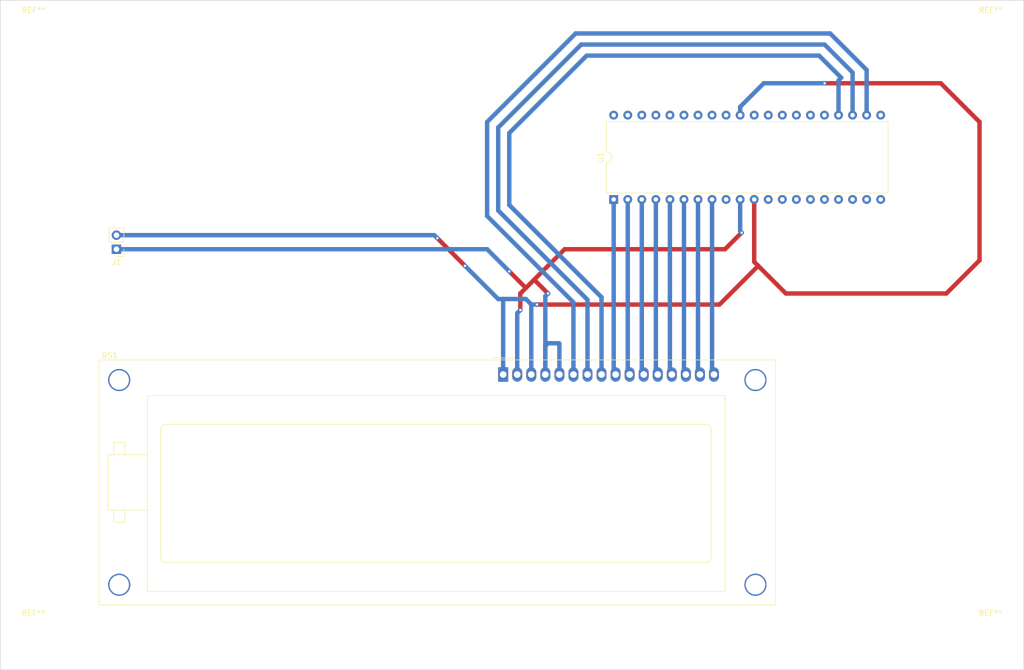
<source format=kicad_pcb>
(kicad_pcb (version 20211014) (generator pcbnew)
  (layers (0 "F.Cu" signal) (31 "B.Cu" signal) (34 "B.Paste" user) (35 "F.Paste" user) (36 "B.SilkS" user "B.Silkscreen") (37 "F.SilkS" user "F.Silkscreen") (38 "B.Mask" user) (39 "F.Mask" user) (44 "Edge.Cuts" user))
  (net 0 "")
  (net 1 "Net-(DS1-Pad1)")
  (net 2 "Net-(DS1-Pad2)")
  (net 3 "Net-(DS1-Pad6)")
  (net 4 "Net-(DS1-Pad7)")
  (net 5 "Net-(DS1-Pad8)")
  (net 6 "Net-(DS1-Pad9)")
  (net 7 "Net-(DS1-Pad10)")
  (net 8 "Net-(DS1-Pad11)")
  (net 9 "Net-(DS1-Pad12)")
  (net 10 "Net-(DS1-Pad13)")
  (net 11 "Net-(DS1-Pad14)")
  (net 12 "Net-(DS1-Pad15)")
  (net 13 "Net-(DS1-Pad16)")
  (footprint "MountingHole:MountingHole_3.2mm_M3" (layer "F.Cu") (at 52.26 39.9575)
    (fp_text reference "REF**" (at 0 -4.2) (layer "F.SilkS"))
    (fp_text value "MountingHole_3.2mm_M3")
    (pad "" np_thru_hole circle (at 0 0) (size 3.2 3.2) (drill 3.2) (layers *.Cu *.Mask))
  )
  (footprint "MountingHole:MountingHole_3.2mm_M3" (layer "F.Cu") (at 225.26 39.9575)
    (fp_text reference "REF**" (at 0 -4.2) (layer "F.SilkS"))
    (fp_text value "MountingHole_3.2mm_M3")
    (pad "" np_thru_hole circle (at 0 0) (size 3.2 3.2) (drill 3.2) (layers *.Cu *.Mask))
  )
  (footprint "Connector_PinHeader_2.54mm:PinHeader_1x02_P2.54mm_Vertical" (layer "F.Cu") (at 67.26 78.9575 180)
    (fp_text reference "J1" (at 0 -2.33) (layer "F.SilkS"))
    (fp_text value "Conn_01x02")
    (fp_line (start -1.33 3.87) (end 1.33 3.87) (layer "F.SilkS") (width 0.12))
    (fp_line (start -1.33 1.27) (end 1.33 1.27) (layer "F.SilkS") (width 0.12))
    (fp_line (start -1.33 1.27) (end -1.33 3.87) (layer "F.SilkS") (width 0.12))
    (fp_line (start -1.33 -1.33) (end 0 -1.33) (layer "F.SilkS") (width 0.12))
    (fp_line (start -1.33 0) (end -1.33 -1.33) (layer "F.SilkS") (width 0.12))
    (fp_line (start 1.33 1.27) (end 1.33 3.87) (layer "F.SilkS") (width 0.12))
    (pad "1" thru_hole rect (at 0 0 180) (size 1.7 1.7) (drill 1) (layers *.Cu *.Mask) (net 2 "Net-(DS1-Pad2)"))
    (pad "2" thru_hole oval (at 0 2.54 180) (size 1.7 1.7) (drill 1) (layers *.Cu *.Mask) (net 1 "Net-(DS1-Pad1)"))
  )
  (footprint "Display:HY1602E" (layer "F.Cu") (at 137.16 101.6)
    (fp_text reference "DS1" (at -71.12 -3.48) (layer "F.SilkS"))
    (fp_text value "HY1602E")
    (fp_line (start -61.9 33) (end -61.9 10) (layer "F.SilkS") (width 0.12))
    (fp_line (start 36.6 34) (end -60.9 34) (layer "F.SilkS") (width 0.12))
    (fp_line (start -64.3 24.5) (end -71.4 24.5) (layer "F.SilkS") (width 0.12))
    (fp_line (start -73.04 -2.64) (end -73.04 41.64) (layer "F.SilkS") (width 0.12))
    (fp_line (start -71.4 14.5) (end -64.3 14.5) (layer "F.SilkS") (width 0.12))
    (fp_line (start -64.3 39.2) (end -64.3 3.8) (layer "F.SilkS") (width 0.12))
    (fp_line (start -68.4 24.5) (end -68.4 26.7) (layer "F.SilkS") (width 0.12))
    (fp_line (start -68.4 14.5) (end -68.4 12.3) (layer "F.SilkS") (width 0.12))
    (fp_line (start -60.9 9) (end 36.6 9) (layer "F.SilkS") (width 0.12))
    (fp_line (start 49.24 -2.64) (end 49.24 41.64) (layer "F.SilkS") (width 0.12))
    (fp_line (start -70.4 12.3) (end -70.4 14.5) (layer "F.SilkS") (width 0.12))
    (fp_line (start -68.4 26.7) (end -70.4 26.7) (layer "F.SilkS") (width 0.12))
    (fp_line (start -68.4 12.3) (end -70.4 12.3) (layer "F.SilkS") (width 0.12))
    (fp_line (start -64.3 3.8) (end 40.1 3.8) (layer "F.SilkS") (width 0.12))
    (fp_line (start -70.4 26.7) (end -70.4 24.5) (layer "F.SilkS") (width 0.12))
    (fp_line (start -2 -3) (end 2 -3) (layer "F.SilkS") (width 0.12))
    (fp_line (start 40.1 3.8) (end 40.1 39.2) (layer "F.SilkS") (width 0.12))
    (fp_line (start -73.04 -2.64) (end 49.24 -2.64) (layer "F.SilkS") (width 0.12))
    (fp_line (start 40.1 39.2) (end -64.3 39.2) (layer "F.SilkS") (width 0.12))
    (fp_line (start -71.4 24.5) (end -71.4 14.5) (layer "F.SilkS") (width 0.12))
    (fp_line (start 49.24 41.64) (end -73.04 41.64) (layer "F.SilkS") (width 0.12))
    (fp_line (start 37.6 10) (end 37.6 33) (layer "F.SilkS") (width 0.12))
    (fp_arc (start -60.9 34) (mid -61.607107 33.707107) (end -61.9 33) (layer "F.SilkS") (width 0.12))
    (fp_arc (start 37.6 33) (mid 37.307107 33.707107) (end 36.6 34) (layer "F.SilkS") (width 0.12))
    (fp_arc (start 36.6 9) (mid 37.307107 9.292893) (end 37.6 10) (layer "F.SilkS") (width 0.12))
    (fp_arc (start -61.9 10) (mid -61.607107 9.292893) (end -60.9 9) (layer "F.SilkS") (width 0.12))
    (pad "" thru_hole circle (at -69.40042 1.00076 180) (size 4 4) (drill 3.5) (layers *.Cu *.Mask))
    (pad "" thru_hole circle (at 45.60062 1.00076 180) (size 4 4) (drill 3.5) (layers *.Cu *.Mask))
    (pad "" thru_hole circle (at -69.40042 38.00094 180) (size 4 4) (drill 3.5) (layers *.Cu *.Mask))
    (pad "" thru_hole circle (at 45.60062 38.00094 180) (size 4 4) (drill 3.5) (layers *.Cu *.Mask))
    (pad "1" thru_hole rect (at 0 0 180) (size 1.8 2.6) (drill 1.2) (layers *.Cu *.Mask) (net 1 "Net-(DS1-Pad1)"))
    (pad "2" thru_hole oval (at 2.54 0 180) (size 1.8 2.6) (drill 1.2) (layers *.Cu *.Mask) (net 2 "Net-(DS1-Pad2)"))
    (pad "3" thru_hole oval (at 5.08 0 180) (size 1.8 2.6) (drill 1.2) (layers *.Cu *.Mask) (net 1 "Net-(DS1-Pad1)"))
    (pad "4" thru_hole oval (at 7.62 0 180) (size 1.8 2.6) (drill 1.2) (layers *.Cu *.Mask) (net 2 "Net-(DS1-Pad2)"))
    (pad "5" thru_hole oval (at 10.16 0 180) (size 1.8 2.6) (drill 1.2) (layers *.Cu *.Mask) (net 2 "Net-(DS1-Pad2)"))
    (pad "6" thru_hole oval (at 12.7 0 180) (size 1.8 2.6) (drill 1.2) (layers *.Cu *.Mask) (net 3 "Net-(DS1-Pad6)"))
    (pad "7" thru_hole oval (at 15.24 0 180) (size 1.8 2.6) (drill 1.2) (layers *.Cu *.Mask) (net 4 "Net-(DS1-Pad7)"))
    (pad "8" thru_hole oval (at 17.78 0 180) (size 1.8 2.6) (drill 1.2) (layers *.Cu *.Mask) (net 5 "Net-(DS1-Pad8)"))
    (pad "9" thru_hole oval (at 20.32 0 180) (size 1.8 2.6) (drill 1.2) (layers *.Cu *.Mask) (net 6 "Net-(DS1-Pad9)"))
    (pad "10" thru_hole oval (at 22.86 0 180) (size 1.8 2.6) (drill 1.2) (layers *.Cu *.Mask) (net 7 "Net-(DS1-Pad10)"))
    (pad "11" thru_hole oval (at 25.4 0 180) (size 1.8 2.6) (drill 1.2) (layers *.Cu *.Mask) (net 8 "Net-(DS1-Pad11)"))
    (pad "12" thru_hole oval (at 27.94 0 180) (size 1.8 2.6) (drill 1.2) (layers *.Cu *.Mask) (net 9 "Net-(DS1-Pad12)"))
    (pad "13" thru_hole oval (at 30.48 0 180) (size 1.8 2.6) (drill 1.2) (layers *.Cu *.Mask) (net 10 "Net-(DS1-Pad13)"))
    (pad "14" thru_hole oval (at 33.02 0 180) (size 1.8 2.6) (drill 1.2) (layers *.Cu *.Mask) (net 11 "Net-(DS1-Pad14)"))
    (pad "15" thru_hole oval (at 35.56 0 180) (size 1.8 2.6) (drill 1.2) (layers *.Cu *.Mask) (net 12 "Net-(DS1-Pad15)"))
    (pad "16" thru_hole oval (at 38.1 0 180) (size 1.8 2.6) (drill 1.2) (layers *.Cu *.Mask) (net 13 "Net-(DS1-Pad16)"))
  )
  (footprint "MountingHole:MountingHole_3.2mm_M3" (layer "F.Cu") (at 52.26 148.9575)
    (fp_text reference "REF**" (at 0 -4.2) (layer "F.SilkS"))
    (fp_text value "MountingHole_3.2mm_M3")
    (pad "" np_thru_hole circle (at 0 0) (size 3.2 3.2) (drill 3.2) (layers *.Cu *.Mask))
  )
  (footprint "Package_DIP:DIP-40_W15.24mm" (layer "F.Cu") (at 157.135 69.9575 90)
    (fp_text reference "U1" (at 7.62 -2.33 90) (layer "F.SilkS"))
    (fp_text value "ATmega32-16P")
    (fp_line (start 1.16 49.59) (end 14.08 49.59) (layer "F.SilkS") (width 0.12))
    (fp_line (start 14.08 49.59) (end 14.08 -1.33) (layer "F.SilkS") (width 0.12))
    (fp_line (start 6.62 -1.33) (end 1.16 -1.33) (layer "F.SilkS") (width 0.12))
    (fp_line (start 14.08 -1.33) (end 8.62 -1.33) (layer "F.SilkS") (width 0.12))
    (fp_line (start 1.16 -1.33) (end 1.16 49.59) (layer "F.SilkS") (width 0.12))
    (fp_arc (start 8.62 -1.33) (mid 7.62 -0.33) (end 6.62 -1.33) (layer "F.SilkS") (width 0.12))
    (pad "1" thru_hole rect (at 0 0 90) (size 1.6 1.6) (drill 0.8) (layers *.Cu *.Mask) (net 6 "Net-(DS1-Pad9)"))
    (pad "2" thru_hole oval (at 0 2.54 90) (size 1.6 1.6) (drill 0.8) (layers *.Cu *.Mask) (net 7 "Net-(DS1-Pad10)"))
    (pad "3" thru_hole oval (at 0 5.08 90) (size 1.6 1.6) (drill 0.8) (layers *.Cu *.Mask) (net 8 "Net-(DS1-Pad11)"))
    (pad "4" thru_hole oval (at 0 7.62 90) (size 1.6 1.6) (drill 0.8) (layers *.Cu *.Mask) (net 9 "Net-(DS1-Pad12)"))
    (pad "5" thru_hole oval (at 0 10.16 90) (size 1.6 1.6) (drill 0.8) (layers *.Cu *.Mask) (net 10 "Net-(DS1-Pad13)"))
    (pad "6" thru_hole oval (at 0 12.7 90) (size 1.6 1.6) (drill 0.8) (layers *.Cu *.Mask) (net 11 "Net-(DS1-Pad14)"))
    (pad "7" thru_hole oval (at 0 15.24 90) (size 1.6 1.6) (drill 0.8) (layers *.Cu *.Mask) (net 12 "Net-(DS1-Pad15)"))
    (pad "8" thru_hole oval (at 0 17.78 90) (size 1.6 1.6) (drill 0.8) (layers *.Cu *.Mask) (net 13 "Net-(DS1-Pad16)"))
    (pad "9" thru_hole oval (at 0 20.32 90) (size 1.6 1.6) (drill 0.8) (layers *.Cu *.Mask))
    (pad "10" thru_hole oval (at 0 22.86 90) (size 1.6 1.6) (drill 0.8) (layers *.Cu *.Mask) (net 2 "Net-(DS1-Pad2)"))
    (pad "11" thru_hole oval (at 0 25.4 90) (size 1.6 1.6) (drill 0.8) (layers *.Cu *.Mask) (net 1 "Net-(DS1-Pad1)"))
    (pad "12" thru_hole oval (at 0 27.94 90) (size 1.6 1.6) (drill 0.8) (layers *.Cu *.Mask))
    (pad "13" thru_hole oval (at 0 30.48 90) (size 1.6 1.6) (drill 0.8) (layers *.Cu *.Mask))
    (pad "14" thru_hole oval (at 0 33.02 90) (size 1.6 1.6) (drill 0.8) (layers *.Cu *.Mask))
    (pad "15" thru_hole oval (at 0 35.56 90) (size 1.6 1.6) (drill 0.8) (layers *.Cu *.Mask))
    (pad "16" thru_hole oval (at 0 38.1 90) (size 1.6 1.6) (drill 0.8) (layers *.Cu *.Mask))
    (pad "17" thru_hole oval (at 0 40.64 90) (size 1.6 1.6) (drill 0.8) (layers *.Cu *.Mask))
    (pad "18" thru_hole oval (at 0 43.18 90) (size 1.6 1.6) (drill 0.8) (layers *.Cu *.Mask))
    (pad "19" thru_hole oval (at 0 45.72 90) (size 1.6 1.6) (drill 0.8) (layers *.Cu *.Mask))
    (pad "20" thru_hole oval (at 0 48.26 90) (size 1.6 1.6) (drill 0.8) (layers *.Cu *.Mask))
    (pad "21" thru_hole oval (at 15.24 48.26 90) (size 1.6 1.6) (drill 0.8) (layers *.Cu *.Mask))
    (pad "22" thru_hole oval (at 15.24 45.72 90) (size 1.6 1.6) (drill 0.8) (layers *.Cu *.Mask) (net 3 "Net-(DS1-Pad6)"))
    (pad "23" thru_hole oval (at 15.24 43.18 90) (size 1.6 1.6) (drill 0.8) (layers *.Cu *.Mask) (net 4 "Net-(DS1-Pad7)"))
    (pad "24" thru_hole oval (at 15.24 40.64 90) (size 1.6 1.6) (drill 0.8) (layers *.Cu *.Mask) (net 5 "Net-(DS1-Pad8)"))
    (pad "25" thru_hole oval (at 15.24 38.1 90) (size 1.6 1.6) (drill 0.8) (layers *.Cu *.Mask))
    (pad "26" thru_hole oval (at 15.24 35.56 90) (size 1.6 1.6) (drill 0.8) (layers *.Cu *.Mask))
    (pad "27" thru_hole oval (at 15.24 33.02 90) (size 1.6 1.6) (drill 0.8) (layers *.Cu *.Mask))
    (pad "28" thru_hole oval (at 15.24 30.48 90) (size 1.6 1.6) (drill 0.8) (layers *.Cu *.Mask))
    (pad "29" thru_hole oval (at 15.24 27.94 90) (size 1.6 1.6) (drill 0.8) (layers *.Cu *.Mask))
    (pad "30" thru_hole oval (at 15.24 25.4 90) (size 1.6 1.6) (drill 0.8) (layers *.Cu *.Mask))
    (pad "31" thru_hole oval (at 15.24 22.86 90) (size 1.6 1.6) (drill 0.8) (layers *.Cu *.Mask) (net 1 "Net-(DS1-Pad1)"))
    (pad "32" thru_hole oval (at 15.24 20.32 90) (size 1.6 1.6) (drill 0.8) (layers *.Cu *.Mask))
    (pad "33" thru_hole oval (at 15.24 17.78 90) (size 1.6 1.6) (drill 0.8) (layers *.Cu *.Mask))
    (pad "34" thru_hole oval (at 15.24 15.24 90) (size 1.6 1.6) (drill 0.8) (layers *.Cu *.Mask))
    (pad "35" thru_hole oval (at 15.24 12.7 90) (size 1.6 1.6) (drill 0.8) (layers *.Cu *.Mask))
    (pad "36" thru_hole oval (at 15.24 10.16 90) (size 1.6 1.6) (drill 0.8) (layers *.Cu *.Mask))
    (pad "37" thru_hole oval (at 15.24 7.62 90) (size 1.6 1.6) (drill 0.8) (layers *.Cu *.Mask))
    (pad "38" thru_hole oval (at 15.24 5.08 90) (size 1.6 1.6) (drill 0.8) (layers *.Cu *.Mask))
    (pad "39" thru_hole oval (at 15.24 2.54 90) (size 1.6 1.6) (drill 0.8) (layers *.Cu *.Mask))
    (pad "40" thru_hole oval (at 15.24 0 90) (size 1.6 1.6) (drill 0.8) (layers *.Cu *.Mask))
  )
  (footprint "MountingHole:MountingHole_3.2mm_M3" (layer "F.Cu") (at 225.26 148.9575)
    (fp_text reference "REF**" (at 0 -4.2) (layer "F.SilkS"))
    (fp_text value "MountingHole_3.2mm_M3")
    (pad "" np_thru_hole circle (at 0 0) (size 3.2 3.2) (drill 3.2) (layers *.Cu *.Mask))
  )
  (gr_rect (start 231.26 33.9575) (end 46.26 154.9575) (layer "Edge.Cuts") (width 0.1) (fill none))
  (segment (start 223.26 80.9575) (end 217.26 86.9575) (width 0.8) (layer "F.Cu") (net 1))
  (segment (start 176.26 88.9575) (end 183.26 81.9575) (width 0.8) (layer "F.Cu") (net 1))
  (segment (start 216.26 48.9575) (end 223.26 55.9575) (width 0.8) (layer "F.Cu") (net 1))
  (segment (start 182.535 81.2325) (end 182.535 69.9575) (width 0.8) (layer "F.Cu") (net 1))
  (segment (start 125.26 76.9575) (end 130.26 81.9575) (width 0.8) (layer "F.Cu") (net 1))
  (segment (start 143.26 88.9575) (end 176.26 88.9575) (width 0.8) (layer "F.Cu") (net 1))
  (segment (start 223.26 55.9575) (end 223.26 80.9575) (width 0.8) (layer "F.Cu") (net 1))
  (segment (start 183.26 81.9575) (end 182.535 81.2325) (width 0.8) (layer "F.Cu") (net 1))
  (segment (start 195.26 48.9575) (end 216.26 48.9575) (width 0.8) (layer "F.Cu") (net 1))
  (segment (start 217.26 86.9575) (end 188.26 86.9575) (width 0.8) (layer "F.Cu") (net 1))
  (segment (start 188.26 86.9575) (end 183.26 81.9575) (width 0.8) (layer "F.Cu") (net 1))
  (via (at 130.26 81.9575) (size 0.8) (drill 0.4) (layers "F.Cu" "B.Cu") (net 1))
  (via (at 143.26 88.9575) (size 0.8) (drill 0.4) (layers "F.Cu" "B.Cu") (net 1))
  (via (at 195.26 48.9575) (size 0.8) (drill 0.4) (layers "F.Cu" "B.Cu") (net 1))
  (via (at 125.26 76.9575) (size 0.8) (drill 0.4) (layers "F.Cu" "B.Cu") (net 1))
  (segment (start 142.26 88.9575) (end 141.26 87.9575) (width 0.8) (layer "B.Cu") (net 1))
  (segment (start 142.24 88.9775) (end 142.26 88.9575) (width 0.8) (layer "B.Cu") (net 1))
  (segment (start 179.995 53.2225) (end 183.26 49.9575) (width 0.8) (layer "B.Cu") (net 1))
  (segment (start 142.24 101.6) (end 142.24 88.9775) (width 0.8) (layer "B.Cu") (net 1))
  (segment (start 142.26 88.9575) (end 143.26 88.9575) (width 0.8) (layer "B.Cu") (net 1))
  (segment (start 137.16 88.0575) (end 137.16 101.6) (width 0.8) (layer "B.Cu") (net 1))
  (segment (start 67.26 76.4175) (end 124.72 76.4175) (width 0.8) (layer "B.Cu") (net 1))
  (segment (start 141.26 87.9575) (end 137.26 87.9575) (width 0.8) (layer "B.Cu") (net 1))
  (segment (start 137.26 87.9575) (end 137.16 88.0575) (width 0.8) (layer "B.Cu") (net 1))
  (segment (start 194.26 48.9575) (end 195.26 48.9575) (width 0.8) (layer "B.Cu") (net 1))
  (segment (start 184.26 48.9575) (end 194.26 48.9575) (width 0.8) (layer "B.Cu") (net 1))
  (segment (start 124.72 76.4175) (end 125.26 76.9575) (width 0.8) (layer "B.Cu") (net 1))
  (segment (start 179.995 54.7175) (end 179.995 53.2225) (width 0.8) (layer "B.Cu") (net 1))
  (segment (start 130.26 81.9575) (end 136.26 87.9575) (width 0.8) (layer "B.Cu") (net 1))
  (segment (start 183.26 49.9575) (end 184.26 48.9575) (width 0.8) (layer "B.Cu") (net 1))
  (segment (start 136.26 87.9575) (end 137.26 87.9575) (width 0.8) (layer "B.Cu") (net 1))
  (segment (start 180.26 75.9575) (end 177.26 78.9575) (width 0.8) (layer "F.Cu") (net 2))
  (segment (start 140.26 86.9575) (end 140.26 89.9575) (width 0.8) (layer "F.Cu") (net 2))
  (segment (start 145.26 86.9575) (end 142.76 84.4575) (width 0.8) (layer "F.Cu") (net 2))
  (segment (start 141.26 85.9575) (end 140.26 86.9575) (width 0.8) (layer "F.Cu") (net 2))
  (segment (start 138.26 82.9575) (end 141.26 85.9575) (width 0.8) (layer "F.Cu") (net 2))
  (segment (start 177.26 78.9575) (end 151.26 78.9575) (width 0.8) (layer "F.Cu") (net 2))
  (segment (start 151.26 78.9575) (end 148.26 78.9575) (width 0.8) (layer "F.Cu") (net 2))
  (segment (start 142.76 84.4575) (end 141.26 85.9575) (width 0.8) (layer "F.Cu") (net 2))
  (segment (start 148.26 78.9575) (end 142.76 84.4575) (width 0.8) (layer "F.Cu") (net 2))
  (via (at 145.26 86.9575) (size 0.8) (drill 0.4) (layers "F.Cu" "B.Cu") (net 2))
  (via (at 140.26 89.9575) (size 0.8) (drill 0.4) (layers "F.Cu" "B.Cu") (net 2))
  (via (at 138.26 82.9575) (size 0.8) (drill 0.4) (layers "F.Cu" "B.Cu") (net 2))
  (via (at 180.26 75.9575) (size 0.8) (drill 0.4) (layers "F.Cu" "B.Cu") (net 2))
  (segment (start 144.78 101.6) (end 144.78 87.4375) (width 0.8) (layer "B.Cu") (net 2))
  (segment (start 144.78 87.4375) (end 145.26 86.9575) (width 0.8) (layer "B.Cu") (net 2))
  (segment (start 134.26 78.9575) (end 138.26 82.9575) (width 0.8) (layer "B.Cu") (net 2))
  (segment (start 67.26 78.9575) (end 134.26 78.9575) (width 0.8) (layer "B.Cu") (net 2))
  (segment (start 144.78 96.4375) (end 144.78 101.6) (width 0.8) (layer "B.Cu") (net 2))
  (segment (start 179.995 75.6925) (end 180.26 75.9575) (width 0.8) (layer "B.Cu") (net 2))
  (segment (start 140.26 89.9575) (end 139.7 90.5175) (width 0.8) (layer "B.Cu") (net 2))
  (segment (start 147.32 101.6) (end 147.32 96.0175) (width 0.8) (layer "B.Cu") (net 2))
  (segment (start 139.7 90.5175) (end 139.7 101.6) (width 0.8) (layer "B.Cu") (net 2))
  (segment (start 179.995 69.9575) (end 179.995 75.6925) (width 0.8) (layer "B.Cu") (net 2))
  (segment (start 147.26 95.9575) (end 145.26 95.9575) (width 0.8) (layer "B.Cu") (net 2))
  (segment (start 147.32 96.0175) (end 147.26 95.9575) (width 0.8) (layer "B.Cu") (net 2))
  (segment (start 145.26 95.9575) (end 144.78 96.4375) (width 0.8) (layer "B.Cu") (net 2))
  (segment (start 134.26 55.9575) (end 134.26 72.9575) (width 0.8) (layer "B.Cu") (net 3))
  (segment (start 150.26 39.9575) (end 134.26 55.9575) (width 0.8) (layer "B.Cu") (net 3))
  (segment (start 202.855 54.7175) (end 202.855 46.5525) (width 0.8) (layer "B.Cu") (net 3))
  (segment (start 202.855 46.5525) (end 196.26 39.9575) (width 0.8) (layer "B.Cu") (net 3))
  (segment (start 196.26 39.9575) (end 150.26 39.9575) (width 0.8) (layer "B.Cu") (net 3))
  (segment (start 134.26 72.9575) (end 149.86 88.5575) (width 0.8) (layer "B.Cu") (net 3))
  (segment (start 149.86 88.5575) (end 149.86 101.6) (width 0.8) (layer "B.Cu") (net 3))
  (segment (start 136.26 56.9575) (end 151.26 41.9575) (width 0.8) (layer "B.Cu") (net 4))
  (segment (start 195.26 41.9575) (end 200.315 47.0125) (width 0.8) (layer "B.Cu") (net 4))
  (segment (start 152.4 88.0975) (end 136.26 71.9575) (width 0.8) (layer "B.Cu") (net 4))
  (segment (start 151.26 41.9575) (end 195.26 41.9575) (width 0.8) (layer "B.Cu") (net 4))
  (segment (start 200.315 47.0125) (end 200.315 54.7175) (width 0.8) (layer "B.Cu") (net 4))
  (segment (start 136.26 71.9575) (end 136.26 56.9575) (width 0.8) (layer "B.Cu") (net 4))
  (segment (start 152.4 101.6) (end 152.4 88.0975) (width 0.8) (layer "B.Cu") (net 4))
  (segment (start 197.775 48.4425) (end 197.775 54.7175) (width 0.8) (layer "B.Cu") (net 5))
  (segment (start 138.26 57.9575) (end 152.26 43.9575) (width 0.8) (layer "B.Cu") (net 5))
  (segment (start 152.26 43.9575) (end 194.26 43.9575) (width 0.8) (layer "B.Cu") (net 5))
  (segment (start 138.26 70.9575) (end 138.26 57.9575) (width 0.8) (layer "B.Cu") (net 5))
  (segment (start 198.26 47.9575) (end 197.775 48.4425) (width 0.8) (layer "B.Cu") (net 5))
  (segment (start 194.26 43.9575) (end 198.26 47.9575) (width 0.8) (layer "B.Cu") (net 5))
  (segment (start 154.94 101.6) (end 154.94 87.6375) (width 0.8) (layer "B.Cu") (net 5))
  (segment (start 154.94 87.6375) (end 138.26 70.9575) (width 0.8) (layer "B.Cu") (net 5))
  (segment (start 157.135 69.9575) (end 157.135 101.255) (width 0.8) (layer "B.Cu") (net 6))
  (segment (start 157.135 101.255) (end 157.48 101.6) (width 0.8) (layer "B.Cu") (net 6))
  (segment (start 159.675 101.255) (end 160.02 101.6) (width 0.8) (layer "B.Cu") (net 7))
  (segment (start 159.675 69.9575) (end 159.675 101.255) (width 0.8) (layer "B.Cu") (net 7))
  (segment (start 162.215 69.9575) (end 162.215 101.255) (width 0.8) (layer "B.Cu") (net 8))
  (segment (start 162.215 101.255) (end 162.56 101.6) (width 0.8) (layer "B.Cu") (net 8))
  (segment (start 164.755 101.255) (end 165.1 101.6) (width 0.8) (layer "B.Cu") (net 9))
  (segment (start 164.755 69.9575) (end 164.755 101.255) (width 0.8) (layer "B.Cu") (net 9))
  (segment (start 167.295 69.9575) (end 167.295 101.255) (width 0.8) (layer "B.Cu") (net 10))
  (segment (start 167.295 101.255) (end 167.64 101.6) (width 0.8) (layer "B.Cu") (net 10))
  (segment (start 169.835 101.255) (end 170.18 101.6) (width 0.8) (layer "B.Cu") (net 11))
  (segment (start 169.835 69.9575) (end 169.835 101.255) (width 0.8) (layer "B.Cu") (net 11))
  (segment (start 172.375 69.9575) (end 172.375 101.255) (width 0.8) (layer "B.Cu") (net 12))
  (segment (start 172.375 101.255) (end 172.72 101.6) (width 0.8) (layer "B.Cu") (net 12))
  (segment (start 174.915 69.9575) (end 174.915 101.255) (width 0.8) (layer "B.Cu") (net 13))
  (segment (start 174.915 101.255) (end 175.26 101.6) (width 0.8) (layer "B.Cu") (net 13))
)
</source>
